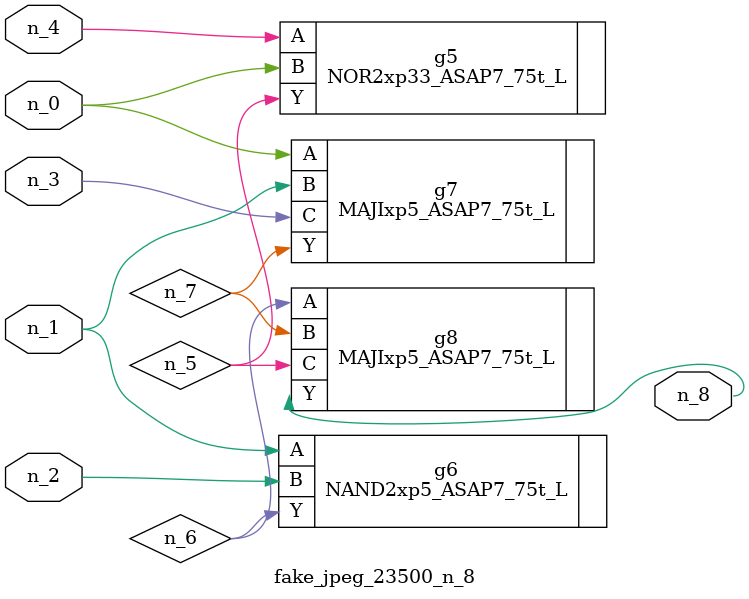
<source format=v>
module fake_jpeg_23500_n_8 (n_3, n_2, n_1, n_0, n_4, n_8);

input n_3;
input n_2;
input n_1;
input n_0;
input n_4;

output n_8;

wire n_6;
wire n_5;
wire n_7;

NOR2xp33_ASAP7_75t_L g5 ( 
.A(n_4),
.B(n_0),
.Y(n_5)
);

NAND2xp5_ASAP7_75t_L g6 ( 
.A(n_1),
.B(n_2),
.Y(n_6)
);

MAJIxp5_ASAP7_75t_L g7 ( 
.A(n_0),
.B(n_1),
.C(n_3),
.Y(n_7)
);

MAJIxp5_ASAP7_75t_L g8 ( 
.A(n_6),
.B(n_7),
.C(n_5),
.Y(n_8)
);


endmodule
</source>
